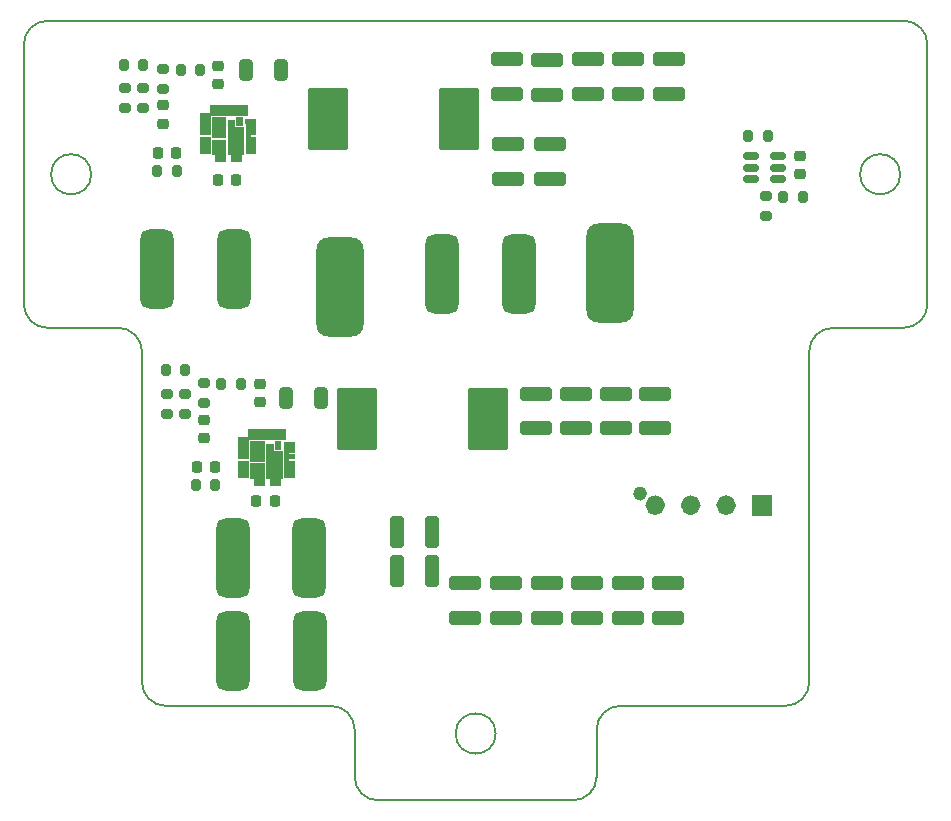
<source format=gts>
G04 #@! TF.GenerationSoftware,KiCad,Pcbnew,9.0.0*
G04 #@! TF.CreationDate,2026-02-04T15:57:26+07:00*
G04 #@! TF.ProjectId,Power_management_V2,506f7765-725f-46d6-916e-6167656d656e,rev?*
G04 #@! TF.SameCoordinates,Original*
G04 #@! TF.FileFunction,Soldermask,Top*
G04 #@! TF.FilePolarity,Negative*
%FSLAX46Y46*%
G04 Gerber Fmt 4.6, Leading zero omitted, Abs format (unit mm)*
G04 Created by KiCad (PCBNEW 9.0.0) date 2026-02-04 15:57:26*
%MOMM*%
%LPD*%
G01*
G04 APERTURE LIST*
G04 Aperture macros list*
%AMRoundRect*
0 Rectangle with rounded corners*
0 $1 Rounding radius*
0 $2 $3 $4 $5 $6 $7 $8 $9 X,Y pos of 4 corners*
0 Add a 4 corners polygon primitive as box body*
4,1,4,$2,$3,$4,$5,$6,$7,$8,$9,$2,$3,0*
0 Add four circle primitives for the rounded corners*
1,1,$1+$1,$2,$3*
1,1,$1+$1,$4,$5*
1,1,$1+$1,$6,$7*
1,1,$1+$1,$8,$9*
0 Add four rect primitives between the rounded corners*
20,1,$1+$1,$2,$3,$4,$5,0*
20,1,$1+$1,$4,$5,$6,$7,0*
20,1,$1+$1,$6,$7,$8,$9,0*
20,1,$1+$1,$8,$9,$2,$3,0*%
G04 Aperture macros list end*
%ADD10C,0.586200*%
%ADD11C,0.836200*%
%ADD12C,0.010000*%
%ADD13RoundRect,0.225000X-0.250000X0.225000X-0.250000X-0.225000X0.250000X-0.225000X0.250000X0.225000X0*%
%ADD14RoundRect,0.200000X-0.275000X0.200000X-0.275000X-0.200000X0.275000X-0.200000X0.275000X0.200000X0*%
%ADD15RoundRect,0.250000X1.100000X-0.325000X1.100000X0.325000X-1.100000X0.325000X-1.100000X-0.325000X0*%
%ADD16RoundRect,0.225000X0.225000X0.250000X-0.225000X0.250000X-0.225000X-0.250000X0.225000X-0.250000X0*%
%ADD17RoundRect,0.250000X-1.100000X0.325000X-1.100000X-0.325000X1.100000X-0.325000X1.100000X0.325000X0*%
%ADD18RoundRect,0.200000X0.200000X0.275000X-0.200000X0.275000X-0.200000X-0.275000X0.200000X-0.275000X0*%
%ADD19RoundRect,0.225000X0.250000X-0.225000X0.250000X0.225000X-0.250000X0.225000X-0.250000X-0.225000X0*%
%ADD20RoundRect,0.250000X0.325000X0.650000X-0.325000X0.650000X-0.325000X-0.650000X0.325000X-0.650000X0*%
%ADD21RoundRect,0.200000X0.275000X-0.200000X0.275000X0.200000X-0.275000X0.200000X-0.275000X-0.200000X0*%
%ADD22RoundRect,0.200000X-0.200000X-0.275000X0.200000X-0.275000X0.200000X0.275000X-0.200000X0.275000X0*%
%ADD23RoundRect,0.102000X-1.550000X-2.500000X1.550000X-2.500000X1.550000X2.500000X-1.550000X2.500000X0*%
%ADD24C,1.020000*%
%ADD25RoundRect,0.700000X-0.700000X-2.650000X0.700000X-2.650000X0.700000X2.650000X-0.700000X2.650000X0*%
%ADD26RoundRect,0.700000X0.700000X2.650000X-0.700000X2.650000X-0.700000X-2.650000X0.700000X-2.650000X0*%
%ADD27RoundRect,0.150000X-0.512500X-0.150000X0.512500X-0.150000X0.512500X0.150000X-0.512500X0.150000X0*%
%ADD28RoundRect,0.250000X0.325000X1.100000X-0.325000X1.100000X-0.325000X-1.100000X0.325000X-1.100000X0*%
%ADD29RoundRect,1.000000X1.000000X3.200000X-1.000000X3.200000X-1.000000X-3.200000X1.000000X-3.200000X0*%
G04 #@! TA.AperFunction,Profile*
%ADD30C,0.200000*%
G04 #@! TD*
G04 #@! TA.AperFunction,Profile*
%ADD31C,0.150000*%
G04 #@! TD*
G04 APERTURE END LIST*
D10*
X134525100Y-91739800D02*
G75*
G02*
X133938900Y-91739800I-293100J0D01*
G01*
X133938900Y-91739800D02*
G75*
G02*
X134525100Y-91739800I293100J0D01*
G01*
D11*
X135930100Y-92719800D02*
G75*
G02*
X135093900Y-92719800I-418100J0D01*
G01*
X135093900Y-92719800D02*
G75*
G02*
X135930100Y-92719800I418100J0D01*
G01*
X138930100Y-92719800D02*
G75*
G02*
X138093900Y-92719800I-418100J0D01*
G01*
X138093900Y-92719800D02*
G75*
G02*
X138930100Y-92719800I418100J0D01*
G01*
X141930100Y-92719800D02*
G75*
G02*
X141093900Y-92719800I-418100J0D01*
G01*
X141093900Y-92719800D02*
G75*
G02*
X141930100Y-92719800I418100J0D01*
G01*
D12*
X145348200Y-93556000D02*
X143675800Y-93556000D01*
X143675800Y-91883600D01*
X145348200Y-91883600D01*
X145348200Y-93556000D01*
G36*
X145348200Y-93556000D02*
G01*
X143675800Y-93556000D01*
X143675800Y-91883600D01*
X145348200Y-91883600D01*
X145348200Y-93556000D01*
G37*
X97772000Y-59934800D02*
X96947000Y-59934800D01*
X96947000Y-59534800D01*
X97772000Y-59534800D01*
X97772000Y-59934800D01*
G36*
X97772000Y-59934800D02*
G01*
X96947000Y-59934800D01*
X96947000Y-59534800D01*
X97772000Y-59534800D01*
X97772000Y-59934800D01*
G37*
X97772000Y-60384800D02*
X96947000Y-60384800D01*
X96947000Y-59984800D01*
X97772000Y-59984800D01*
X97772000Y-60384800D01*
G36*
X97772000Y-60384800D02*
G01*
X96947000Y-60384800D01*
X96947000Y-59984800D01*
X97772000Y-59984800D01*
X97772000Y-60384800D01*
G37*
X97772000Y-60834800D02*
X96947000Y-60834800D01*
X96947000Y-60434800D01*
X97772000Y-60434800D01*
X97772000Y-60834800D01*
G36*
X97772000Y-60834800D02*
G01*
X96947000Y-60834800D01*
X96947000Y-60434800D01*
X97772000Y-60434800D01*
X97772000Y-60834800D01*
G37*
X97772000Y-61284800D02*
X96947000Y-61284800D01*
X96947000Y-60884800D01*
X97772000Y-60884800D01*
X97772000Y-61284800D01*
G36*
X97772000Y-61284800D02*
G01*
X96947000Y-61284800D01*
X96947000Y-60884800D01*
X97772000Y-60884800D01*
X97772000Y-61284800D01*
G37*
X97772000Y-61984800D02*
X96947000Y-61984800D01*
X96947000Y-61584800D01*
X97772000Y-61584800D01*
X97772000Y-61984800D01*
G36*
X97772000Y-61984800D02*
G01*
X96947000Y-61984800D01*
X96947000Y-61584800D01*
X97772000Y-61584800D01*
X97772000Y-61984800D01*
G37*
X97772000Y-62434800D02*
X96947000Y-62434800D01*
X96947000Y-62034800D01*
X97772000Y-62034800D01*
X97772000Y-62434800D01*
G36*
X97772000Y-62434800D02*
G01*
X96947000Y-62434800D01*
X96947000Y-62034800D01*
X97772000Y-62034800D01*
X97772000Y-62434800D01*
G37*
X97772000Y-62884800D02*
X96947000Y-62884800D01*
X96947000Y-62484800D01*
X97772000Y-62484800D01*
X97772000Y-62884800D01*
G36*
X97772000Y-62884800D02*
G01*
X96947000Y-62884800D01*
X96947000Y-62484800D01*
X97772000Y-62484800D01*
X97772000Y-62884800D01*
G37*
X98222000Y-59684800D02*
X97822000Y-59684800D01*
X97822000Y-58859800D01*
X98222000Y-58859800D01*
X98222000Y-59684800D01*
G36*
X98222000Y-59684800D02*
G01*
X97822000Y-59684800D01*
X97822000Y-58859800D01*
X98222000Y-58859800D01*
X98222000Y-59684800D01*
G37*
X99122000Y-61559800D02*
X97972000Y-61559800D01*
X97972000Y-59884800D01*
X99122000Y-59884800D01*
X99122000Y-61559800D01*
G36*
X99122000Y-61559800D02*
G01*
X97972000Y-61559800D01*
X97972000Y-59884800D01*
X99122000Y-59884800D01*
X99122000Y-61559800D01*
G37*
X98672000Y-59684800D02*
X98272000Y-59684800D01*
X98272000Y-58859800D01*
X98672000Y-58859800D01*
X98672000Y-59684800D01*
G36*
X98672000Y-59684800D02*
G01*
X98272000Y-59684800D01*
X98272000Y-58859800D01*
X98672000Y-58859800D01*
X98672000Y-59684800D01*
G37*
X99122000Y-59684800D02*
X98722000Y-59684800D01*
X98722000Y-58859800D01*
X99122000Y-58859800D01*
X99122000Y-59684800D01*
G36*
X99122000Y-59684800D02*
G01*
X98722000Y-59684800D01*
X98722000Y-58859800D01*
X99122000Y-58859800D01*
X99122000Y-59684800D01*
G37*
X99572000Y-59684800D02*
X99172000Y-59684800D01*
X99172000Y-58859800D01*
X99572000Y-58859800D01*
X99572000Y-59684800D01*
G36*
X99572000Y-59684800D02*
G01*
X99172000Y-59684800D01*
X99172000Y-58859800D01*
X99572000Y-58859800D01*
X99572000Y-59684800D01*
G37*
X100022000Y-59684800D02*
X99622000Y-59684800D01*
X99622000Y-58859800D01*
X100022000Y-58859800D01*
X100022000Y-59684800D01*
G36*
X100022000Y-59684800D02*
G01*
X99622000Y-59684800D01*
X99622000Y-58859800D01*
X100022000Y-58859800D01*
X100022000Y-59684800D01*
G37*
X100527000Y-60564800D02*
X100047000Y-60564800D01*
X100047000Y-59884800D01*
X100527000Y-59884800D01*
X100527000Y-60564800D01*
G36*
X100527000Y-60564800D02*
G01*
X100047000Y-60564800D01*
X100047000Y-59884800D01*
X100527000Y-59884800D01*
X100527000Y-60564800D01*
G37*
X100472000Y-59684800D02*
X100072000Y-59684800D01*
X100072000Y-58859800D01*
X100472000Y-58859800D01*
X100472000Y-59684800D01*
G36*
X100472000Y-59684800D02*
G01*
X100072000Y-59684800D01*
X100072000Y-58859800D01*
X100472000Y-58859800D01*
X100472000Y-59684800D01*
G37*
X100922000Y-59684800D02*
X100522000Y-59684800D01*
X100522000Y-58859800D01*
X100922000Y-58859800D01*
X100922000Y-59684800D01*
G36*
X100922000Y-59684800D02*
G01*
X100522000Y-59684800D01*
X100522000Y-58859800D01*
X100922000Y-58859800D01*
X100922000Y-59684800D01*
G37*
X101644500Y-60384800D02*
X100819500Y-60384800D01*
X100819500Y-59984800D01*
X101644500Y-59984800D01*
X101644500Y-60384800D01*
G36*
X101644500Y-60384800D02*
G01*
X100819500Y-60384800D01*
X100819500Y-59984800D01*
X101644500Y-59984800D01*
X101644500Y-60384800D01*
G37*
X99122000Y-63559800D02*
X98722000Y-63559800D01*
X98722000Y-63009800D01*
X98672000Y-63009800D01*
X98672000Y-63559800D01*
X98272000Y-63559800D01*
X98272000Y-63009800D01*
X97972000Y-63009800D01*
X97972000Y-61759800D01*
X99122000Y-61759800D01*
X99122000Y-63559800D01*
G36*
X99122000Y-63559800D02*
G01*
X98722000Y-63559800D01*
X98722000Y-63009800D01*
X98672000Y-63009800D01*
X98672000Y-63559800D01*
X98272000Y-63559800D01*
X98272000Y-63009800D01*
X97972000Y-63009800D01*
X97972000Y-61759800D01*
X99122000Y-61759800D01*
X99122000Y-63559800D01*
G37*
X99877000Y-60734800D02*
X100622000Y-60734800D01*
X100622000Y-63009800D01*
X100472000Y-63009800D01*
X100472000Y-63559800D01*
X100072000Y-63559800D01*
X100072000Y-63009800D01*
X100022000Y-63009800D01*
X100022000Y-63559800D01*
X99622000Y-63559800D01*
X99622000Y-63009800D01*
X99322000Y-63009800D01*
X99322000Y-60084800D01*
X99877000Y-60084800D01*
X99877000Y-60734800D01*
G36*
X99877000Y-60734800D02*
G01*
X100622000Y-60734800D01*
X100622000Y-63009800D01*
X100472000Y-63009800D01*
X100472000Y-63559800D01*
X100072000Y-63559800D01*
X100072000Y-63009800D01*
X100022000Y-63009800D01*
X100022000Y-63559800D01*
X99622000Y-63559800D01*
X99622000Y-63009800D01*
X99322000Y-63009800D01*
X99322000Y-60084800D01*
X99877000Y-60084800D01*
X99877000Y-60734800D01*
G37*
X101647000Y-60834800D02*
X101197000Y-60834800D01*
X101197000Y-60934800D01*
X101647000Y-60934800D01*
X101647000Y-61284800D01*
X101197000Y-61284800D01*
X101197000Y-61584800D01*
X101647000Y-61584800D01*
X101647000Y-61984800D01*
X101197000Y-61984800D01*
X101197000Y-62034800D01*
X101647000Y-62034800D01*
X101647000Y-62434800D01*
X101197000Y-62434800D01*
X101197000Y-62484800D01*
X101647000Y-62484800D01*
X101647000Y-62884800D01*
X100822000Y-62884800D01*
X100822000Y-60434800D01*
X101647000Y-60434800D01*
X101647000Y-60834800D01*
G36*
X101647000Y-60834800D02*
G01*
X101197000Y-60834800D01*
X101197000Y-60934800D01*
X101647000Y-60934800D01*
X101647000Y-61284800D01*
X101197000Y-61284800D01*
X101197000Y-61584800D01*
X101647000Y-61584800D01*
X101647000Y-61984800D01*
X101197000Y-61984800D01*
X101197000Y-62034800D01*
X101647000Y-62034800D01*
X101647000Y-62434800D01*
X101197000Y-62434800D01*
X101197000Y-62484800D01*
X101647000Y-62484800D01*
X101647000Y-62884800D01*
X100822000Y-62884800D01*
X100822000Y-60434800D01*
X101647000Y-60434800D01*
X101647000Y-60834800D01*
G37*
X101022000Y-87349800D02*
X100197000Y-87349800D01*
X100197000Y-86949800D01*
X101022000Y-86949800D01*
X101022000Y-87349800D01*
G36*
X101022000Y-87349800D02*
G01*
X100197000Y-87349800D01*
X100197000Y-86949800D01*
X101022000Y-86949800D01*
X101022000Y-87349800D01*
G37*
X101022000Y-87799800D02*
X100197000Y-87799800D01*
X100197000Y-87399800D01*
X101022000Y-87399800D01*
X101022000Y-87799800D01*
G36*
X101022000Y-87799800D02*
G01*
X100197000Y-87799800D01*
X100197000Y-87399800D01*
X101022000Y-87399800D01*
X101022000Y-87799800D01*
G37*
X101022000Y-88249800D02*
X100197000Y-88249800D01*
X100197000Y-87849800D01*
X101022000Y-87849800D01*
X101022000Y-88249800D01*
G36*
X101022000Y-88249800D02*
G01*
X100197000Y-88249800D01*
X100197000Y-87849800D01*
X101022000Y-87849800D01*
X101022000Y-88249800D01*
G37*
X101022000Y-88699800D02*
X100197000Y-88699800D01*
X100197000Y-88299800D01*
X101022000Y-88299800D01*
X101022000Y-88699800D01*
G36*
X101022000Y-88699800D02*
G01*
X100197000Y-88699800D01*
X100197000Y-88299800D01*
X101022000Y-88299800D01*
X101022000Y-88699800D01*
G37*
X101022000Y-89399800D02*
X100197000Y-89399800D01*
X100197000Y-88999800D01*
X101022000Y-88999800D01*
X101022000Y-89399800D01*
G36*
X101022000Y-89399800D02*
G01*
X100197000Y-89399800D01*
X100197000Y-88999800D01*
X101022000Y-88999800D01*
X101022000Y-89399800D01*
G37*
X101022000Y-89849800D02*
X100197000Y-89849800D01*
X100197000Y-89449800D01*
X101022000Y-89449800D01*
X101022000Y-89849800D01*
G36*
X101022000Y-89849800D02*
G01*
X100197000Y-89849800D01*
X100197000Y-89449800D01*
X101022000Y-89449800D01*
X101022000Y-89849800D01*
G37*
X101022000Y-90299800D02*
X100197000Y-90299800D01*
X100197000Y-89899800D01*
X101022000Y-89899800D01*
X101022000Y-90299800D01*
G36*
X101022000Y-90299800D02*
G01*
X100197000Y-90299800D01*
X100197000Y-89899800D01*
X101022000Y-89899800D01*
X101022000Y-90299800D01*
G37*
X101472000Y-87099800D02*
X101072000Y-87099800D01*
X101072000Y-86274800D01*
X101472000Y-86274800D01*
X101472000Y-87099800D01*
G36*
X101472000Y-87099800D02*
G01*
X101072000Y-87099800D01*
X101072000Y-86274800D01*
X101472000Y-86274800D01*
X101472000Y-87099800D01*
G37*
X102372000Y-88974800D02*
X101222000Y-88974800D01*
X101222000Y-87299800D01*
X102372000Y-87299800D01*
X102372000Y-88974800D01*
G36*
X102372000Y-88974800D02*
G01*
X101222000Y-88974800D01*
X101222000Y-87299800D01*
X102372000Y-87299800D01*
X102372000Y-88974800D01*
G37*
X101922000Y-87099800D02*
X101522000Y-87099800D01*
X101522000Y-86274800D01*
X101922000Y-86274800D01*
X101922000Y-87099800D01*
G36*
X101922000Y-87099800D02*
G01*
X101522000Y-87099800D01*
X101522000Y-86274800D01*
X101922000Y-86274800D01*
X101922000Y-87099800D01*
G37*
X102372000Y-87099800D02*
X101972000Y-87099800D01*
X101972000Y-86274800D01*
X102372000Y-86274800D01*
X102372000Y-87099800D01*
G36*
X102372000Y-87099800D02*
G01*
X101972000Y-87099800D01*
X101972000Y-86274800D01*
X102372000Y-86274800D01*
X102372000Y-87099800D01*
G37*
X102822000Y-87099800D02*
X102422000Y-87099800D01*
X102422000Y-86274800D01*
X102822000Y-86274800D01*
X102822000Y-87099800D01*
G36*
X102822000Y-87099800D02*
G01*
X102422000Y-87099800D01*
X102422000Y-86274800D01*
X102822000Y-86274800D01*
X102822000Y-87099800D01*
G37*
X103272000Y-87099800D02*
X102872000Y-87099800D01*
X102872000Y-86274800D01*
X103272000Y-86274800D01*
X103272000Y-87099800D01*
G36*
X103272000Y-87099800D02*
G01*
X102872000Y-87099800D01*
X102872000Y-86274800D01*
X103272000Y-86274800D01*
X103272000Y-87099800D01*
G37*
X103777000Y-87979800D02*
X103297000Y-87979800D01*
X103297000Y-87299800D01*
X103777000Y-87299800D01*
X103777000Y-87979800D01*
G36*
X103777000Y-87979800D02*
G01*
X103297000Y-87979800D01*
X103297000Y-87299800D01*
X103777000Y-87299800D01*
X103777000Y-87979800D01*
G37*
X103722000Y-87099800D02*
X103322000Y-87099800D01*
X103322000Y-86274800D01*
X103722000Y-86274800D01*
X103722000Y-87099800D01*
G36*
X103722000Y-87099800D02*
G01*
X103322000Y-87099800D01*
X103322000Y-86274800D01*
X103722000Y-86274800D01*
X103722000Y-87099800D01*
G37*
X104172000Y-87099800D02*
X103772000Y-87099800D01*
X103772000Y-86274800D01*
X104172000Y-86274800D01*
X104172000Y-87099800D01*
G36*
X104172000Y-87099800D02*
G01*
X103772000Y-87099800D01*
X103772000Y-86274800D01*
X104172000Y-86274800D01*
X104172000Y-87099800D01*
G37*
X104894500Y-87799800D02*
X104069500Y-87799800D01*
X104069500Y-87399800D01*
X104894500Y-87399800D01*
X104894500Y-87799800D01*
G36*
X104894500Y-87799800D02*
G01*
X104069500Y-87799800D01*
X104069500Y-87399800D01*
X104894500Y-87399800D01*
X104894500Y-87799800D01*
G37*
X102372000Y-90974800D02*
X101972000Y-90974800D01*
X101972000Y-90424800D01*
X101922000Y-90424800D01*
X101922000Y-90974800D01*
X101522000Y-90974800D01*
X101522000Y-90424800D01*
X101222000Y-90424800D01*
X101222000Y-89174800D01*
X102372000Y-89174800D01*
X102372000Y-90974800D01*
G36*
X102372000Y-90974800D02*
G01*
X101972000Y-90974800D01*
X101972000Y-90424800D01*
X101922000Y-90424800D01*
X101922000Y-90974800D01*
X101522000Y-90974800D01*
X101522000Y-90424800D01*
X101222000Y-90424800D01*
X101222000Y-89174800D01*
X102372000Y-89174800D01*
X102372000Y-90974800D01*
G37*
X103127000Y-88149800D02*
X103872000Y-88149800D01*
X103872000Y-90424800D01*
X103722000Y-90424800D01*
X103722000Y-90974800D01*
X103322000Y-90974800D01*
X103322000Y-90424800D01*
X103272000Y-90424800D01*
X103272000Y-90974800D01*
X102872000Y-90974800D01*
X102872000Y-90424800D01*
X102572000Y-90424800D01*
X102572000Y-87499800D01*
X103127000Y-87499800D01*
X103127000Y-88149800D01*
G36*
X103127000Y-88149800D02*
G01*
X103872000Y-88149800D01*
X103872000Y-90424800D01*
X103722000Y-90424800D01*
X103722000Y-90974800D01*
X103322000Y-90974800D01*
X103322000Y-90424800D01*
X103272000Y-90424800D01*
X103272000Y-90974800D01*
X102872000Y-90974800D01*
X102872000Y-90424800D01*
X102572000Y-90424800D01*
X102572000Y-87499800D01*
X103127000Y-87499800D01*
X103127000Y-88149800D01*
G37*
X104897000Y-88249800D02*
X104447000Y-88249800D01*
X104447000Y-88349800D01*
X104897000Y-88349800D01*
X104897000Y-88699800D01*
X104447000Y-88699800D01*
X104447000Y-88999800D01*
X104897000Y-88999800D01*
X104897000Y-89399800D01*
X104447000Y-89399800D01*
X104447000Y-89449800D01*
X104897000Y-89449800D01*
X104897000Y-89849800D01*
X104447000Y-89849800D01*
X104447000Y-89899800D01*
X104897000Y-89899800D01*
X104897000Y-90299800D01*
X104072000Y-90299800D01*
X104072000Y-87849800D01*
X104897000Y-87849800D01*
X104897000Y-88249800D01*
G36*
X104897000Y-88249800D02*
G01*
X104447000Y-88249800D01*
X104447000Y-88349800D01*
X104897000Y-88349800D01*
X104897000Y-88699800D01*
X104447000Y-88699800D01*
X104447000Y-88999800D01*
X104897000Y-88999800D01*
X104897000Y-89399800D01*
X104447000Y-89399800D01*
X104447000Y-89449800D01*
X104897000Y-89449800D01*
X104897000Y-89849800D01*
X104447000Y-89849800D01*
X104447000Y-89899800D01*
X104897000Y-89899800D01*
X104897000Y-90299800D01*
X104072000Y-90299800D01*
X104072000Y-87849800D01*
X104897000Y-87849800D01*
X104897000Y-88249800D01*
G37*
D13*
X147742000Y-63144800D03*
X147742000Y-64694800D03*
D14*
X94157000Y-83344800D03*
X94157000Y-84994800D03*
D15*
X129782000Y-57879800D03*
X129782000Y-54929800D03*
D16*
X94942000Y-62859800D03*
X93392000Y-62859800D03*
D15*
X135502000Y-86214800D03*
X135502000Y-83264800D03*
D17*
X119442000Y-99309800D03*
X119442000Y-102259800D03*
D18*
X95707000Y-81289800D03*
X94057000Y-81289800D03*
D16*
X98227000Y-89449800D03*
X96677000Y-89449800D03*
D19*
X97292000Y-87064800D03*
X97292000Y-85514800D03*
D17*
X136632000Y-99309800D03*
X136632000Y-102259800D03*
D15*
X132152000Y-86214800D03*
X132152000Y-83264800D03*
D20*
X107177000Y-83624800D03*
X104227000Y-83624800D03*
D19*
X98532000Y-57069800D03*
X98532000Y-55519800D03*
D21*
X95667000Y-84994800D03*
X95667000Y-83344800D03*
D16*
X100007000Y-65192300D03*
X98457000Y-65192300D03*
X103287000Y-92359800D03*
X101737000Y-92359800D03*
D15*
X125452000Y-86214800D03*
X125452000Y-83264800D03*
X133212000Y-57899800D03*
X133212000Y-54949800D03*
D22*
X143387000Y-61489800D03*
X145037000Y-61489800D03*
D23*
X110262000Y-85399800D03*
X121362000Y-85399800D03*
D17*
X123062000Y-62149800D03*
X123062000Y-65099800D03*
D18*
X95002000Y-64399800D03*
X93352000Y-64399800D03*
D15*
X128802000Y-86214800D03*
X128802000Y-83264800D03*
D24*
X134232000Y-91739800D03*
D14*
X97282000Y-82399800D03*
X97282000Y-84049800D03*
D20*
X103787000Y-55874800D03*
X100837000Y-55874800D03*
D25*
X99722000Y-97159800D03*
X106222000Y-97159800D03*
D18*
X100412000Y-82464800D03*
X98762000Y-82464800D03*
D15*
X136662000Y-57929800D03*
X136662000Y-54979800D03*
D14*
X144872000Y-66554800D03*
X144872000Y-68204800D03*
D26*
X123942000Y-73109800D03*
X117442000Y-73109800D03*
D27*
X143657000Y-63179800D03*
X143657000Y-64129800D03*
X143657000Y-65079800D03*
X145932000Y-65079800D03*
X145932000Y-64129800D03*
X145932000Y-63179800D03*
D14*
X93832000Y-55789800D03*
X93832000Y-57439800D03*
D17*
X126602000Y-62129800D03*
X126602000Y-65079800D03*
X129756000Y-99309800D03*
X129756000Y-102259800D03*
D25*
X99742000Y-105079800D03*
X106242000Y-105079800D03*
D15*
X122962000Y-57929800D03*
X122962000Y-54979800D03*
D28*
X116617000Y-94969800D03*
X113667000Y-94969800D03*
D18*
X98277000Y-90989800D03*
X96627000Y-90989800D03*
D28*
X116617000Y-98299800D03*
X113667000Y-98299800D03*
D15*
X126382000Y-57954800D03*
X126382000Y-55004800D03*
D19*
X102017000Y-83997300D03*
X102017000Y-82447300D03*
D14*
X90582000Y-57429800D03*
X90582000Y-59079800D03*
D29*
X131702000Y-73053800D03*
X108802000Y-74203800D03*
D18*
X96997000Y-55894800D03*
X95347000Y-55894800D03*
D21*
X92122000Y-59074800D03*
X92122000Y-57424800D03*
D17*
X126318000Y-99309800D03*
X126318000Y-102259800D03*
D18*
X92157000Y-55424800D03*
X90507000Y-55424800D03*
X148007000Y-66639800D03*
X146357000Y-66639800D03*
D19*
X93822000Y-60414800D03*
X93822000Y-58864800D03*
D17*
X133194000Y-99309800D03*
X133194000Y-102259800D03*
X122880000Y-99309800D03*
X122880000Y-102259800D03*
D23*
X107812000Y-60054800D03*
X118912000Y-60054800D03*
D25*
X93322000Y-72749800D03*
X99822000Y-72749800D03*
D30*
X148552000Y-79699800D02*
X148552000Y-107699800D01*
X108052001Y-109699800D02*
G75*
G02*
X110052000Y-111699799I-1J-2000000D01*
G01*
X84051999Y-51699800D02*
X156552000Y-51699800D01*
X84051998Y-77699800D02*
G75*
G02*
X82052000Y-75699802I2J2000000D01*
G01*
X92052000Y-107699802D02*
X92052000Y-79699799D01*
X148552000Y-107699800D02*
G75*
G02*
X146552000Y-109699800I-2000000J0D01*
G01*
X148552000Y-79699800D02*
G75*
G02*
X150552000Y-77699800I2000000J0D01*
G01*
D31*
X156252000Y-64699800D02*
G75*
G02*
X152852000Y-64699800I-1700000J0D01*
G01*
X152852000Y-64699800D02*
G75*
G02*
X156252000Y-64699800I1700000J0D01*
G01*
D30*
X130552000Y-115699800D02*
G75*
G02*
X128552000Y-117699800I-2000000J0D01*
G01*
X112051998Y-117699800D02*
X128552000Y-117699800D01*
X112051998Y-117699800D02*
G75*
G02*
X110052000Y-115699802I2J2000000D01*
G01*
X146552000Y-109699800D02*
X132552000Y-109699800D01*
X156552000Y-77699800D02*
X150552000Y-77699800D01*
X82052000Y-53699799D02*
X82052000Y-75699802D01*
X108052001Y-109699800D02*
X94051998Y-109699800D01*
X94051998Y-109699800D02*
G75*
G02*
X92052000Y-107699802I2J2000000D01*
G01*
D31*
X122002000Y-112049800D02*
G75*
G02*
X118602000Y-112049800I-1700000J0D01*
G01*
X118602000Y-112049800D02*
G75*
G02*
X122002000Y-112049800I1700000J0D01*
G01*
D30*
X158552000Y-75699800D02*
X158552000Y-53699800D01*
X82052000Y-53699799D02*
G75*
G02*
X84051999Y-51699800I2000000J-1D01*
G01*
D31*
X87752000Y-64699800D02*
G75*
G02*
X84352000Y-64699800I-1700000J0D01*
G01*
X84352000Y-64699800D02*
G75*
G02*
X87752000Y-64699800I1700000J0D01*
G01*
D30*
X110052000Y-115699802D02*
X110052000Y-111699799D01*
X158552000Y-75699800D02*
G75*
G02*
X156552000Y-77699800I-2000000J0D01*
G01*
X130552000Y-111699800D02*
G75*
G02*
X132552000Y-109699800I2000000J0D01*
G01*
X156552000Y-51699800D02*
G75*
G02*
X158552000Y-53699800I0J-2000000D01*
G01*
X130552000Y-111699800D02*
X130552000Y-115699800D01*
X90052001Y-77699800D02*
G75*
G02*
X92052000Y-79699799I-1J-2000000D01*
G01*
X90052001Y-77699800D02*
X84051998Y-77699800D01*
M02*

</source>
